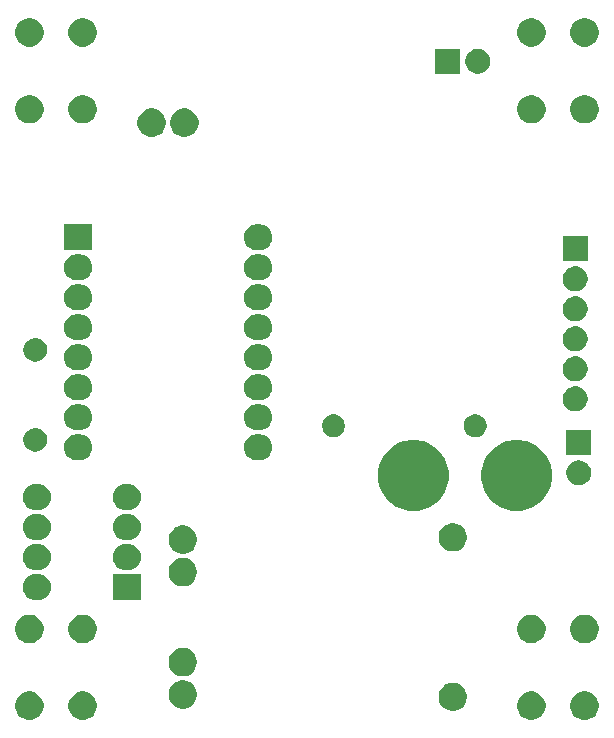
<source format=gbr>
G04 #@! TF.GenerationSoftware,KiCad,Pcbnew,5.1.5-52549c5~84~ubuntu18.04.1*
G04 #@! TF.CreationDate,2020-01-25T11:43:56+01:00*
G04 #@! TF.ProjectId,Nokolino,4e6f6b6f-6c69-46e6-9f2e-6b696361645f,3.0*
G04 #@! TF.SameCoordinates,Original*
G04 #@! TF.FileFunction,Soldermask,Bot*
G04 #@! TF.FilePolarity,Negative*
%FSLAX46Y46*%
G04 Gerber Fmt 4.6, Leading zero omitted, Abs format (unit mm)*
G04 Created by KiCad (PCBNEW 5.1.5-52549c5~84~ubuntu18.04.1) date 2020-01-25 11:43:56*
%MOMM*%
%LPD*%
G04 APERTURE LIST*
%ADD10C,0.100000*%
G04 APERTURE END LIST*
D10*
G36*
X139600026Y-144846115D02*
G01*
X139798945Y-144928510D01*
X139818413Y-144936574D01*
X140014955Y-145067899D01*
X140182101Y-145235045D01*
X140290133Y-145396726D01*
X140313427Y-145431589D01*
X140403885Y-145649974D01*
X140450000Y-145881809D01*
X140450000Y-146118191D01*
X140403885Y-146350026D01*
X140313427Y-146568411D01*
X140313426Y-146568413D01*
X140182101Y-146764955D01*
X140014955Y-146932101D01*
X139818413Y-147063426D01*
X139818412Y-147063427D01*
X139818411Y-147063427D01*
X139600026Y-147153885D01*
X139368191Y-147200000D01*
X139131809Y-147200000D01*
X138899974Y-147153885D01*
X138681589Y-147063427D01*
X138681588Y-147063427D01*
X138681587Y-147063426D01*
X138485045Y-146932101D01*
X138317899Y-146764955D01*
X138186574Y-146568413D01*
X138186573Y-146568411D01*
X138096115Y-146350026D01*
X138050000Y-146118191D01*
X138050000Y-145881809D01*
X138096115Y-145649974D01*
X138186573Y-145431589D01*
X138209868Y-145396726D01*
X138317899Y-145235045D01*
X138485045Y-145067899D01*
X138681587Y-144936574D01*
X138701055Y-144928510D01*
X138899974Y-144846115D01*
X139131809Y-144800000D01*
X139368191Y-144800000D01*
X139600026Y-144846115D01*
G37*
G36*
X177600026Y-144846115D02*
G01*
X177798945Y-144928510D01*
X177818413Y-144936574D01*
X178014955Y-145067899D01*
X178182101Y-145235045D01*
X178290133Y-145396726D01*
X178313427Y-145431589D01*
X178403885Y-145649974D01*
X178450000Y-145881809D01*
X178450000Y-146118191D01*
X178403885Y-146350026D01*
X178313427Y-146568411D01*
X178313426Y-146568413D01*
X178182101Y-146764955D01*
X178014955Y-146932101D01*
X177818413Y-147063426D01*
X177818412Y-147063427D01*
X177818411Y-147063427D01*
X177600026Y-147153885D01*
X177368191Y-147200000D01*
X177131809Y-147200000D01*
X176899974Y-147153885D01*
X176681589Y-147063427D01*
X176681588Y-147063427D01*
X176681587Y-147063426D01*
X176485045Y-146932101D01*
X176317899Y-146764955D01*
X176186574Y-146568413D01*
X176186573Y-146568411D01*
X176096115Y-146350026D01*
X176050000Y-146118191D01*
X176050000Y-145881809D01*
X176096115Y-145649974D01*
X176186573Y-145431589D01*
X176209868Y-145396726D01*
X176317899Y-145235045D01*
X176485045Y-145067899D01*
X176681587Y-144936574D01*
X176701055Y-144928510D01*
X176899974Y-144846115D01*
X177131809Y-144800000D01*
X177368191Y-144800000D01*
X177600026Y-144846115D01*
G37*
G36*
X182100026Y-144846115D02*
G01*
X182298945Y-144928510D01*
X182318413Y-144936574D01*
X182514955Y-145067899D01*
X182682101Y-145235045D01*
X182790133Y-145396726D01*
X182813427Y-145431589D01*
X182903885Y-145649974D01*
X182950000Y-145881809D01*
X182950000Y-146118191D01*
X182903885Y-146350026D01*
X182813427Y-146568411D01*
X182813426Y-146568413D01*
X182682101Y-146764955D01*
X182514955Y-146932101D01*
X182318413Y-147063426D01*
X182318412Y-147063427D01*
X182318411Y-147063427D01*
X182100026Y-147153885D01*
X181868191Y-147200000D01*
X181631809Y-147200000D01*
X181399974Y-147153885D01*
X181181589Y-147063427D01*
X181181588Y-147063427D01*
X181181587Y-147063426D01*
X180985045Y-146932101D01*
X180817899Y-146764955D01*
X180686574Y-146568413D01*
X180686573Y-146568411D01*
X180596115Y-146350026D01*
X180550000Y-146118191D01*
X180550000Y-145881809D01*
X180596115Y-145649974D01*
X180686573Y-145431589D01*
X180709868Y-145396726D01*
X180817899Y-145235045D01*
X180985045Y-145067899D01*
X181181587Y-144936574D01*
X181201055Y-144928510D01*
X181399974Y-144846115D01*
X181631809Y-144800000D01*
X181868191Y-144800000D01*
X182100026Y-144846115D01*
G37*
G36*
X135100026Y-144846115D02*
G01*
X135298945Y-144928510D01*
X135318413Y-144936574D01*
X135514955Y-145067899D01*
X135682101Y-145235045D01*
X135790133Y-145396726D01*
X135813427Y-145431589D01*
X135903885Y-145649974D01*
X135950000Y-145881809D01*
X135950000Y-146118191D01*
X135903885Y-146350026D01*
X135813427Y-146568411D01*
X135813426Y-146568413D01*
X135682101Y-146764955D01*
X135514955Y-146932101D01*
X135318413Y-147063426D01*
X135318412Y-147063427D01*
X135318411Y-147063427D01*
X135100026Y-147153885D01*
X134868191Y-147200000D01*
X134631809Y-147200000D01*
X134399974Y-147153885D01*
X134181589Y-147063427D01*
X134181588Y-147063427D01*
X134181587Y-147063426D01*
X133985045Y-146932101D01*
X133817899Y-146764955D01*
X133686574Y-146568413D01*
X133686573Y-146568411D01*
X133596115Y-146350026D01*
X133550000Y-146118191D01*
X133550000Y-145881809D01*
X133596115Y-145649974D01*
X133686573Y-145431589D01*
X133709868Y-145396726D01*
X133817899Y-145235045D01*
X133985045Y-145067899D01*
X134181587Y-144936574D01*
X134201055Y-144928510D01*
X134399974Y-144846115D01*
X134631809Y-144800000D01*
X134868191Y-144800000D01*
X135100026Y-144846115D01*
G37*
G36*
X170949126Y-144096015D02*
G01*
X171167511Y-144186473D01*
X171167513Y-144186474D01*
X171310096Y-144281745D01*
X171364055Y-144317799D01*
X171531201Y-144484945D01*
X171662527Y-144681489D01*
X171752985Y-144899874D01*
X171799100Y-145131709D01*
X171799100Y-145368091D01*
X171752985Y-145599926D01*
X171732254Y-145649974D01*
X171662526Y-145818313D01*
X171531201Y-146014855D01*
X171364055Y-146182001D01*
X171167513Y-146313326D01*
X171167512Y-146313327D01*
X171167511Y-146313327D01*
X170949126Y-146403785D01*
X170717291Y-146449900D01*
X170480909Y-146449900D01*
X170249074Y-146403785D01*
X170030689Y-146313327D01*
X170030688Y-146313327D01*
X170030687Y-146313326D01*
X169834145Y-146182001D01*
X169666999Y-146014855D01*
X169535674Y-145818313D01*
X169465946Y-145649974D01*
X169445215Y-145599926D01*
X169399100Y-145368091D01*
X169399100Y-145131709D01*
X169445215Y-144899874D01*
X169535673Y-144681489D01*
X169666999Y-144484945D01*
X169834145Y-144317799D01*
X169888104Y-144281745D01*
X170030687Y-144186474D01*
X170030689Y-144186473D01*
X170249074Y-144096015D01*
X170480909Y-144049900D01*
X170717291Y-144049900D01*
X170949126Y-144096015D01*
G37*
G36*
X148089126Y-143892815D02*
G01*
X148307511Y-143983273D01*
X148307513Y-143983274D01*
X148504055Y-144114599D01*
X148671201Y-144281745D01*
X148802527Y-144478289D01*
X148892985Y-144696674D01*
X148939100Y-144928509D01*
X148939100Y-145164891D01*
X148892985Y-145396726D01*
X148878545Y-145431587D01*
X148802526Y-145615113D01*
X148671201Y-145811655D01*
X148504055Y-145978801D01*
X148307513Y-146110126D01*
X148307512Y-146110127D01*
X148307511Y-146110127D01*
X148089126Y-146200585D01*
X147857291Y-146246700D01*
X147620909Y-146246700D01*
X147389074Y-146200585D01*
X147170689Y-146110127D01*
X147170688Y-146110127D01*
X147170687Y-146110126D01*
X146974145Y-145978801D01*
X146806999Y-145811655D01*
X146675674Y-145615113D01*
X146599655Y-145431587D01*
X146585215Y-145396726D01*
X146539100Y-145164891D01*
X146539100Y-144928509D01*
X146585215Y-144696674D01*
X146675673Y-144478289D01*
X146806999Y-144281745D01*
X146974145Y-144114599D01*
X147170687Y-143983274D01*
X147170689Y-143983273D01*
X147389074Y-143892815D01*
X147620909Y-143846700D01*
X147857291Y-143846700D01*
X148089126Y-143892815D01*
G37*
G36*
X148089126Y-141149615D02*
G01*
X148307511Y-141240073D01*
X148307513Y-141240074D01*
X148504055Y-141371399D01*
X148671201Y-141538545D01*
X148802527Y-141735089D01*
X148892985Y-141953474D01*
X148939100Y-142185309D01*
X148939100Y-142421691D01*
X148892985Y-142653526D01*
X148802527Y-142871911D01*
X148802526Y-142871913D01*
X148671201Y-143068455D01*
X148504055Y-143235601D01*
X148307513Y-143366926D01*
X148307512Y-143366927D01*
X148307511Y-143366927D01*
X148089126Y-143457385D01*
X147857291Y-143503500D01*
X147620909Y-143503500D01*
X147389074Y-143457385D01*
X147170689Y-143366927D01*
X147170688Y-143366927D01*
X147170687Y-143366926D01*
X146974145Y-143235601D01*
X146806999Y-143068455D01*
X146675674Y-142871913D01*
X146675673Y-142871911D01*
X146585215Y-142653526D01*
X146539100Y-142421691D01*
X146539100Y-142185309D01*
X146585215Y-141953474D01*
X146675673Y-141735089D01*
X146806999Y-141538545D01*
X146974145Y-141371399D01*
X147170687Y-141240074D01*
X147170689Y-141240073D01*
X147389074Y-141149615D01*
X147620909Y-141103500D01*
X147857291Y-141103500D01*
X148089126Y-141149615D01*
G37*
G36*
X182100026Y-138346115D02*
G01*
X182318411Y-138436573D01*
X182318413Y-138436574D01*
X182514955Y-138567899D01*
X182682101Y-138735045D01*
X182813427Y-138931589D01*
X182903885Y-139149974D01*
X182950000Y-139381809D01*
X182950000Y-139618191D01*
X182903885Y-139850026D01*
X182813427Y-140068411D01*
X182813426Y-140068413D01*
X182682101Y-140264955D01*
X182514955Y-140432101D01*
X182318413Y-140563426D01*
X182318412Y-140563427D01*
X182318411Y-140563427D01*
X182100026Y-140653885D01*
X181868191Y-140700000D01*
X181631809Y-140700000D01*
X181399974Y-140653885D01*
X181181589Y-140563427D01*
X181181588Y-140563427D01*
X181181587Y-140563426D01*
X180985045Y-140432101D01*
X180817899Y-140264955D01*
X180686574Y-140068413D01*
X180686573Y-140068411D01*
X180596115Y-139850026D01*
X180550000Y-139618191D01*
X180550000Y-139381809D01*
X180596115Y-139149974D01*
X180686573Y-138931589D01*
X180817899Y-138735045D01*
X180985045Y-138567899D01*
X181181587Y-138436574D01*
X181181589Y-138436573D01*
X181399974Y-138346115D01*
X181631809Y-138300000D01*
X181868191Y-138300000D01*
X182100026Y-138346115D01*
G37*
G36*
X139600026Y-138346115D02*
G01*
X139818411Y-138436573D01*
X139818413Y-138436574D01*
X140014955Y-138567899D01*
X140182101Y-138735045D01*
X140313427Y-138931589D01*
X140403885Y-139149974D01*
X140450000Y-139381809D01*
X140450000Y-139618191D01*
X140403885Y-139850026D01*
X140313427Y-140068411D01*
X140313426Y-140068413D01*
X140182101Y-140264955D01*
X140014955Y-140432101D01*
X139818413Y-140563426D01*
X139818412Y-140563427D01*
X139818411Y-140563427D01*
X139600026Y-140653885D01*
X139368191Y-140700000D01*
X139131809Y-140700000D01*
X138899974Y-140653885D01*
X138681589Y-140563427D01*
X138681588Y-140563427D01*
X138681587Y-140563426D01*
X138485045Y-140432101D01*
X138317899Y-140264955D01*
X138186574Y-140068413D01*
X138186573Y-140068411D01*
X138096115Y-139850026D01*
X138050000Y-139618191D01*
X138050000Y-139381809D01*
X138096115Y-139149974D01*
X138186573Y-138931589D01*
X138317899Y-138735045D01*
X138485045Y-138567899D01*
X138681587Y-138436574D01*
X138681589Y-138436573D01*
X138899974Y-138346115D01*
X139131809Y-138300000D01*
X139368191Y-138300000D01*
X139600026Y-138346115D01*
G37*
G36*
X135100026Y-138346115D02*
G01*
X135318411Y-138436573D01*
X135318413Y-138436574D01*
X135514955Y-138567899D01*
X135682101Y-138735045D01*
X135813427Y-138931589D01*
X135903885Y-139149974D01*
X135950000Y-139381809D01*
X135950000Y-139618191D01*
X135903885Y-139850026D01*
X135813427Y-140068411D01*
X135813426Y-140068413D01*
X135682101Y-140264955D01*
X135514955Y-140432101D01*
X135318413Y-140563426D01*
X135318412Y-140563427D01*
X135318411Y-140563427D01*
X135100026Y-140653885D01*
X134868191Y-140700000D01*
X134631809Y-140700000D01*
X134399974Y-140653885D01*
X134181589Y-140563427D01*
X134181588Y-140563427D01*
X134181587Y-140563426D01*
X133985045Y-140432101D01*
X133817899Y-140264955D01*
X133686574Y-140068413D01*
X133686573Y-140068411D01*
X133596115Y-139850026D01*
X133550000Y-139618191D01*
X133550000Y-139381809D01*
X133596115Y-139149974D01*
X133686573Y-138931589D01*
X133817899Y-138735045D01*
X133985045Y-138567899D01*
X134181587Y-138436574D01*
X134181589Y-138436573D01*
X134399974Y-138346115D01*
X134631809Y-138300000D01*
X134868191Y-138300000D01*
X135100026Y-138346115D01*
G37*
G36*
X177600026Y-138346115D02*
G01*
X177818411Y-138436573D01*
X177818413Y-138436574D01*
X178014955Y-138567899D01*
X178182101Y-138735045D01*
X178313427Y-138931589D01*
X178403885Y-139149974D01*
X178450000Y-139381809D01*
X178450000Y-139618191D01*
X178403885Y-139850026D01*
X178313427Y-140068411D01*
X178313426Y-140068413D01*
X178182101Y-140264955D01*
X178014955Y-140432101D01*
X177818413Y-140563426D01*
X177818412Y-140563427D01*
X177818411Y-140563427D01*
X177600026Y-140653885D01*
X177368191Y-140700000D01*
X177131809Y-140700000D01*
X176899974Y-140653885D01*
X176681589Y-140563427D01*
X176681588Y-140563427D01*
X176681587Y-140563426D01*
X176485045Y-140432101D01*
X176317899Y-140264955D01*
X176186574Y-140068413D01*
X176186573Y-140068411D01*
X176096115Y-139850026D01*
X176050000Y-139618191D01*
X176050000Y-139381809D01*
X176096115Y-139149974D01*
X176186573Y-138931589D01*
X176317899Y-138735045D01*
X176485045Y-138567899D01*
X176681587Y-138436574D01*
X176681589Y-138436573D01*
X176899974Y-138346115D01*
X177131809Y-138300000D01*
X177368191Y-138300000D01*
X177600026Y-138346115D01*
G37*
G36*
X135616837Y-134861458D02*
G01*
X135697638Y-134869416D01*
X135851034Y-134915949D01*
X135904992Y-134932317D01*
X136096084Y-135034457D01*
X136263581Y-135171919D01*
X136401043Y-135339416D01*
X136503183Y-135530508D01*
X136503184Y-135530512D01*
X136566084Y-135737862D01*
X136587322Y-135953500D01*
X136566084Y-136169138D01*
X136519551Y-136322534D01*
X136503183Y-136376492D01*
X136401043Y-136567584D01*
X136263581Y-136735081D01*
X136096084Y-136872543D01*
X135904992Y-136974683D01*
X135851034Y-136991051D01*
X135697638Y-137037584D01*
X135616837Y-137045542D01*
X135536038Y-137053500D01*
X135227962Y-137053500D01*
X135147163Y-137045542D01*
X135066362Y-137037584D01*
X134912966Y-136991051D01*
X134859008Y-136974683D01*
X134667916Y-136872543D01*
X134500419Y-136735081D01*
X134362957Y-136567584D01*
X134260817Y-136376492D01*
X134244449Y-136322534D01*
X134197916Y-136169138D01*
X134176678Y-135953500D01*
X134197916Y-135737862D01*
X134260816Y-135530512D01*
X134260817Y-135530508D01*
X134362957Y-135339416D01*
X134500419Y-135171919D01*
X134667916Y-135034457D01*
X134859008Y-134932317D01*
X134912966Y-134915949D01*
X135066362Y-134869416D01*
X135147163Y-134861458D01*
X135227962Y-134853500D01*
X135536038Y-134853500D01*
X135616837Y-134861458D01*
G37*
G36*
X144202000Y-137053500D02*
G01*
X141802000Y-137053500D01*
X141802000Y-134853500D01*
X144202000Y-134853500D01*
X144202000Y-137053500D01*
G37*
G36*
X148089126Y-133529615D02*
G01*
X148307511Y-133620073D01*
X148307513Y-133620074D01*
X148321075Y-133629136D01*
X148504055Y-133751399D01*
X148671201Y-133918545D01*
X148802527Y-134115089D01*
X148892985Y-134333474D01*
X148939100Y-134565309D01*
X148939100Y-134801691D01*
X148892985Y-135033526D01*
X148802527Y-135251911D01*
X148802526Y-135251913D01*
X148671201Y-135448455D01*
X148504055Y-135615601D01*
X148307513Y-135746926D01*
X148307512Y-135746927D01*
X148307511Y-135746927D01*
X148089126Y-135837385D01*
X147857291Y-135883500D01*
X147620909Y-135883500D01*
X147389074Y-135837385D01*
X147170689Y-135746927D01*
X147170688Y-135746927D01*
X147170687Y-135746926D01*
X146974145Y-135615601D01*
X146806999Y-135448455D01*
X146675674Y-135251913D01*
X146675673Y-135251911D01*
X146585215Y-135033526D01*
X146539100Y-134801691D01*
X146539100Y-134565309D01*
X146585215Y-134333474D01*
X146675673Y-134115089D01*
X146806999Y-133918545D01*
X146974145Y-133751399D01*
X147157125Y-133629136D01*
X147170687Y-133620074D01*
X147170689Y-133620073D01*
X147389074Y-133529615D01*
X147620909Y-133483500D01*
X147857291Y-133483500D01*
X148089126Y-133529615D01*
G37*
G36*
X143236837Y-132321458D02*
G01*
X143317638Y-132329416D01*
X143471034Y-132375949D01*
X143524992Y-132392317D01*
X143716084Y-132494457D01*
X143883581Y-132631919D01*
X144021043Y-132799416D01*
X144123183Y-132990508D01*
X144127193Y-133003727D01*
X144186084Y-133197862D01*
X144207322Y-133413500D01*
X144186084Y-133629138D01*
X144148996Y-133751399D01*
X144123183Y-133836492D01*
X144021043Y-134027584D01*
X143883581Y-134195081D01*
X143716084Y-134332543D01*
X143524992Y-134434683D01*
X143471034Y-134451051D01*
X143317638Y-134497584D01*
X143236837Y-134505542D01*
X143156038Y-134513500D01*
X142847962Y-134513500D01*
X142767163Y-134505542D01*
X142686362Y-134497584D01*
X142532966Y-134451051D01*
X142479008Y-134434683D01*
X142287916Y-134332543D01*
X142120419Y-134195081D01*
X141982957Y-134027584D01*
X141880817Y-133836492D01*
X141855004Y-133751399D01*
X141817916Y-133629138D01*
X141796678Y-133413500D01*
X141817916Y-133197862D01*
X141876807Y-133003727D01*
X141880817Y-132990508D01*
X141982957Y-132799416D01*
X142120419Y-132631919D01*
X142287916Y-132494457D01*
X142479008Y-132392317D01*
X142532966Y-132375949D01*
X142686362Y-132329416D01*
X142767163Y-132321458D01*
X142847962Y-132313500D01*
X143156038Y-132313500D01*
X143236837Y-132321458D01*
G37*
G36*
X135616837Y-132321458D02*
G01*
X135697638Y-132329416D01*
X135851034Y-132375949D01*
X135904992Y-132392317D01*
X136096084Y-132494457D01*
X136263581Y-132631919D01*
X136401043Y-132799416D01*
X136503183Y-132990508D01*
X136507193Y-133003727D01*
X136566084Y-133197862D01*
X136587322Y-133413500D01*
X136566084Y-133629138D01*
X136528996Y-133751399D01*
X136503183Y-133836492D01*
X136401043Y-134027584D01*
X136263581Y-134195081D01*
X136096084Y-134332543D01*
X135904992Y-134434683D01*
X135851034Y-134451051D01*
X135697638Y-134497584D01*
X135616837Y-134505542D01*
X135536038Y-134513500D01*
X135227962Y-134513500D01*
X135147163Y-134505542D01*
X135066362Y-134497584D01*
X134912966Y-134451051D01*
X134859008Y-134434683D01*
X134667916Y-134332543D01*
X134500419Y-134195081D01*
X134362957Y-134027584D01*
X134260817Y-133836492D01*
X134235004Y-133751399D01*
X134197916Y-133629138D01*
X134176678Y-133413500D01*
X134197916Y-133197862D01*
X134256807Y-133003727D01*
X134260817Y-132990508D01*
X134362957Y-132799416D01*
X134500419Y-132631919D01*
X134667916Y-132494457D01*
X134859008Y-132392317D01*
X134912966Y-132375949D01*
X135066362Y-132329416D01*
X135147163Y-132321458D01*
X135227962Y-132313500D01*
X135536038Y-132313500D01*
X135616837Y-132321458D01*
G37*
G36*
X148089126Y-130786415D02*
G01*
X148307511Y-130876873D01*
X148307513Y-130876874D01*
X148450096Y-130972145D01*
X148504055Y-131008199D01*
X148671201Y-131175345D01*
X148802527Y-131371889D01*
X148892985Y-131590274D01*
X148939100Y-131822109D01*
X148939100Y-132058491D01*
X148892985Y-132290326D01*
X148876793Y-132329416D01*
X148802526Y-132508713D01*
X148671201Y-132705255D01*
X148504055Y-132872401D01*
X148307513Y-133003726D01*
X148307512Y-133003727D01*
X148307511Y-133003727D01*
X148089126Y-133094185D01*
X147857291Y-133140300D01*
X147620909Y-133140300D01*
X147389074Y-133094185D01*
X147170689Y-133003727D01*
X147170688Y-133003727D01*
X147170687Y-133003726D01*
X146974145Y-132872401D01*
X146806999Y-132705255D01*
X146675674Y-132508713D01*
X146601407Y-132329416D01*
X146585215Y-132290326D01*
X146539100Y-132058491D01*
X146539100Y-131822109D01*
X146585215Y-131590274D01*
X146675673Y-131371889D01*
X146806999Y-131175345D01*
X146974145Y-131008199D01*
X147028104Y-130972145D01*
X147170687Y-130876874D01*
X147170689Y-130876873D01*
X147389074Y-130786415D01*
X147620909Y-130740300D01*
X147857291Y-130740300D01*
X148089126Y-130786415D01*
G37*
G36*
X170949126Y-130583215D02*
G01*
X171167511Y-130673673D01*
X171167513Y-130673674D01*
X171364055Y-130804999D01*
X171531201Y-130972145D01*
X171662527Y-131168689D01*
X171752985Y-131387074D01*
X171799100Y-131618909D01*
X171799100Y-131855291D01*
X171752985Y-132087126D01*
X171668817Y-132290326D01*
X171662526Y-132305513D01*
X171531201Y-132502055D01*
X171364055Y-132669201D01*
X171167513Y-132800526D01*
X171167512Y-132800527D01*
X171167511Y-132800527D01*
X170949126Y-132890985D01*
X170717291Y-132937100D01*
X170480909Y-132937100D01*
X170249074Y-132890985D01*
X170030689Y-132800527D01*
X170030688Y-132800527D01*
X170030687Y-132800526D01*
X169834145Y-132669201D01*
X169666999Y-132502055D01*
X169535674Y-132305513D01*
X169529383Y-132290326D01*
X169445215Y-132087126D01*
X169399100Y-131855291D01*
X169399100Y-131618909D01*
X169445215Y-131387074D01*
X169535673Y-131168689D01*
X169666999Y-130972145D01*
X169834145Y-130804999D01*
X170030687Y-130673674D01*
X170030689Y-130673673D01*
X170249074Y-130583215D01*
X170480909Y-130537100D01*
X170717291Y-130537100D01*
X170949126Y-130583215D01*
G37*
G36*
X135616837Y-129781458D02*
G01*
X135697638Y-129789416D01*
X135851034Y-129835949D01*
X135904992Y-129852317D01*
X136096084Y-129954457D01*
X136263581Y-130091919D01*
X136401043Y-130259416D01*
X136503183Y-130450508D01*
X136503184Y-130450512D01*
X136566084Y-130657862D01*
X136587322Y-130873500D01*
X136566084Y-131089138D01*
X136541952Y-131168689D01*
X136503183Y-131296492D01*
X136401043Y-131487584D01*
X136263581Y-131655081D01*
X136096084Y-131792543D01*
X135904992Y-131894683D01*
X135851034Y-131911051D01*
X135697638Y-131957584D01*
X135616837Y-131965542D01*
X135536038Y-131973500D01*
X135227962Y-131973500D01*
X135147163Y-131965542D01*
X135066362Y-131957584D01*
X134912966Y-131911051D01*
X134859008Y-131894683D01*
X134667916Y-131792543D01*
X134500419Y-131655081D01*
X134362957Y-131487584D01*
X134260817Y-131296492D01*
X134222048Y-131168689D01*
X134197916Y-131089138D01*
X134176678Y-130873500D01*
X134197916Y-130657862D01*
X134260816Y-130450512D01*
X134260817Y-130450508D01*
X134362957Y-130259416D01*
X134500419Y-130091919D01*
X134667916Y-129954457D01*
X134859008Y-129852317D01*
X134912966Y-129835949D01*
X135066362Y-129789416D01*
X135147163Y-129781458D01*
X135227962Y-129773500D01*
X135536038Y-129773500D01*
X135616837Y-129781458D01*
G37*
G36*
X143236837Y-129781458D02*
G01*
X143317638Y-129789416D01*
X143471034Y-129835949D01*
X143524992Y-129852317D01*
X143716084Y-129954457D01*
X143883581Y-130091919D01*
X144021043Y-130259416D01*
X144123183Y-130450508D01*
X144123184Y-130450512D01*
X144186084Y-130657862D01*
X144207322Y-130873500D01*
X144186084Y-131089138D01*
X144161952Y-131168689D01*
X144123183Y-131296492D01*
X144021043Y-131487584D01*
X143883581Y-131655081D01*
X143716084Y-131792543D01*
X143524992Y-131894683D01*
X143471034Y-131911051D01*
X143317638Y-131957584D01*
X143236837Y-131965542D01*
X143156038Y-131973500D01*
X142847962Y-131973500D01*
X142767163Y-131965542D01*
X142686362Y-131957584D01*
X142532966Y-131911051D01*
X142479008Y-131894683D01*
X142287916Y-131792543D01*
X142120419Y-131655081D01*
X141982957Y-131487584D01*
X141880817Y-131296492D01*
X141842048Y-131168689D01*
X141817916Y-131089138D01*
X141796678Y-130873500D01*
X141817916Y-130657862D01*
X141880816Y-130450512D01*
X141880817Y-130450508D01*
X141982957Y-130259416D01*
X142120419Y-130091919D01*
X142287916Y-129954457D01*
X142479008Y-129852317D01*
X142532966Y-129835949D01*
X142686362Y-129789416D01*
X142767163Y-129781458D01*
X142847962Y-129773500D01*
X143156038Y-129773500D01*
X143236837Y-129781458D01*
G37*
G36*
X167931870Y-123576859D02*
G01*
X168125068Y-123615288D01*
X168511122Y-123775197D01*
X168550936Y-123791688D01*
X168671033Y-123841434D01*
X168779878Y-123914162D01*
X169162388Y-124169747D01*
X169580253Y-124587612D01*
X169722166Y-124800000D01*
X169908566Y-125078967D01*
X170132945Y-125620665D01*
X170134712Y-125624933D01*
X170246432Y-126186584D01*
X170250000Y-126204526D01*
X170250000Y-126795474D01*
X170134712Y-127375068D01*
X169908566Y-127921033D01*
X169743295Y-128168378D01*
X169580253Y-128412388D01*
X169162388Y-128830253D01*
X168918378Y-128993295D01*
X168671033Y-129158566D01*
X168125068Y-129384712D01*
X167959809Y-129417584D01*
X167545476Y-129500000D01*
X166954524Y-129500000D01*
X166540191Y-129417584D01*
X166374932Y-129384712D01*
X165828967Y-129158566D01*
X165581622Y-128993295D01*
X165337612Y-128830253D01*
X164919747Y-128412388D01*
X164756705Y-128168378D01*
X164591434Y-127921033D01*
X164365288Y-127375068D01*
X164250000Y-126795474D01*
X164250000Y-126204526D01*
X164253569Y-126186584D01*
X164365288Y-125624933D01*
X164367056Y-125620665D01*
X164591434Y-125078967D01*
X164777834Y-124800000D01*
X164919747Y-124587612D01*
X165337612Y-124169747D01*
X165720122Y-123914162D01*
X165828967Y-123841434D01*
X165949065Y-123791688D01*
X165988878Y-123775197D01*
X166374932Y-123615288D01*
X166568130Y-123576859D01*
X166954524Y-123500000D01*
X167545476Y-123500000D01*
X167931870Y-123576859D01*
G37*
G36*
X176681870Y-123576859D02*
G01*
X176875068Y-123615288D01*
X177261122Y-123775197D01*
X177300936Y-123791688D01*
X177421033Y-123841434D01*
X177529878Y-123914162D01*
X177912388Y-124169747D01*
X178330253Y-124587612D01*
X178472166Y-124800000D01*
X178658566Y-125078967D01*
X178882945Y-125620665D01*
X178884712Y-125624933D01*
X178996432Y-126186584D01*
X179000000Y-126204526D01*
X179000000Y-126795474D01*
X178884712Y-127375068D01*
X178658566Y-127921033D01*
X178493295Y-128168378D01*
X178330253Y-128412388D01*
X177912388Y-128830253D01*
X177668378Y-128993295D01*
X177421033Y-129158566D01*
X176875068Y-129384712D01*
X176709809Y-129417584D01*
X176295476Y-129500000D01*
X175704524Y-129500000D01*
X175290191Y-129417584D01*
X175124932Y-129384712D01*
X174578967Y-129158566D01*
X174331622Y-128993295D01*
X174087612Y-128830253D01*
X173669747Y-128412388D01*
X173506705Y-128168378D01*
X173341434Y-127921033D01*
X173115288Y-127375068D01*
X173000000Y-126795474D01*
X173000000Y-126204526D01*
X173003569Y-126186584D01*
X173115288Y-125624933D01*
X173117056Y-125620665D01*
X173341434Y-125078967D01*
X173527834Y-124800000D01*
X173669747Y-124587612D01*
X174087612Y-124169747D01*
X174470122Y-123914162D01*
X174578967Y-123841434D01*
X174699065Y-123791688D01*
X174738878Y-123775197D01*
X175124932Y-123615288D01*
X175318130Y-123576859D01*
X175704524Y-123500000D01*
X176295476Y-123500000D01*
X176681870Y-123576859D01*
G37*
G36*
X135616837Y-127241458D02*
G01*
X135697638Y-127249416D01*
X135851034Y-127295949D01*
X135904992Y-127312317D01*
X136096084Y-127414457D01*
X136263581Y-127551919D01*
X136401043Y-127719416D01*
X136503183Y-127910508D01*
X136503184Y-127910512D01*
X136566084Y-128117862D01*
X136587322Y-128333500D01*
X136566084Y-128549138D01*
X136519551Y-128702534D01*
X136503183Y-128756492D01*
X136401043Y-128947584D01*
X136263581Y-129115081D01*
X136096084Y-129252543D01*
X135904992Y-129354683D01*
X135851034Y-129371051D01*
X135697638Y-129417584D01*
X135616837Y-129425542D01*
X135536038Y-129433500D01*
X135227962Y-129433500D01*
X135147163Y-129425542D01*
X135066362Y-129417584D01*
X134912966Y-129371051D01*
X134859008Y-129354683D01*
X134667916Y-129252543D01*
X134500419Y-129115081D01*
X134362957Y-128947584D01*
X134260817Y-128756492D01*
X134244449Y-128702534D01*
X134197916Y-128549138D01*
X134176678Y-128333500D01*
X134197916Y-128117862D01*
X134260816Y-127910512D01*
X134260817Y-127910508D01*
X134362957Y-127719416D01*
X134500419Y-127551919D01*
X134667916Y-127414457D01*
X134859008Y-127312317D01*
X134912966Y-127295949D01*
X135066362Y-127249416D01*
X135147163Y-127241458D01*
X135227962Y-127233500D01*
X135536038Y-127233500D01*
X135616837Y-127241458D01*
G37*
G36*
X143236837Y-127241458D02*
G01*
X143317638Y-127249416D01*
X143471034Y-127295949D01*
X143524992Y-127312317D01*
X143716084Y-127414457D01*
X143883581Y-127551919D01*
X144021043Y-127719416D01*
X144123183Y-127910508D01*
X144123184Y-127910512D01*
X144186084Y-128117862D01*
X144207322Y-128333500D01*
X144186084Y-128549138D01*
X144139551Y-128702534D01*
X144123183Y-128756492D01*
X144021043Y-128947584D01*
X143883581Y-129115081D01*
X143716084Y-129252543D01*
X143524992Y-129354683D01*
X143471034Y-129371051D01*
X143317638Y-129417584D01*
X143236837Y-129425542D01*
X143156038Y-129433500D01*
X142847962Y-129433500D01*
X142767163Y-129425542D01*
X142686362Y-129417584D01*
X142532966Y-129371051D01*
X142479008Y-129354683D01*
X142287916Y-129252543D01*
X142120419Y-129115081D01*
X141982957Y-128947584D01*
X141880817Y-128756492D01*
X141864449Y-128702534D01*
X141817916Y-128549138D01*
X141796678Y-128333500D01*
X141817916Y-128117862D01*
X141880816Y-127910512D01*
X141880817Y-127910508D01*
X141982957Y-127719416D01*
X142120419Y-127551919D01*
X142287916Y-127414457D01*
X142479008Y-127312317D01*
X142532966Y-127295949D01*
X142686362Y-127249416D01*
X142767163Y-127241458D01*
X142847962Y-127233500D01*
X143156038Y-127233500D01*
X143236837Y-127241458D01*
G37*
G36*
X181378687Y-125245027D02*
G01*
X181556274Y-125280350D01*
X181747362Y-125359502D01*
X181919336Y-125474411D01*
X182065589Y-125620664D01*
X182180498Y-125792638D01*
X182259650Y-125983726D01*
X182300000Y-126186584D01*
X182300000Y-126393416D01*
X182259650Y-126596274D01*
X182180498Y-126787362D01*
X182065589Y-126959336D01*
X181919336Y-127105589D01*
X181747362Y-127220498D01*
X181556274Y-127299650D01*
X181378687Y-127334973D01*
X181353417Y-127340000D01*
X181146583Y-127340000D01*
X181121313Y-127334973D01*
X180943726Y-127299650D01*
X180752638Y-127220498D01*
X180580664Y-127105589D01*
X180434411Y-126959336D01*
X180319502Y-126787362D01*
X180240350Y-126596274D01*
X180200000Y-126393416D01*
X180200000Y-126186584D01*
X180240350Y-125983726D01*
X180319502Y-125792638D01*
X180434411Y-125620664D01*
X180580664Y-125474411D01*
X180752638Y-125359502D01*
X180943726Y-125280350D01*
X181121313Y-125245027D01*
X181146583Y-125240000D01*
X181353417Y-125240000D01*
X181378687Y-125245027D01*
G37*
G36*
X154349337Y-123037758D02*
G01*
X154430138Y-123045716D01*
X154583534Y-123092249D01*
X154637492Y-123108617D01*
X154828584Y-123210757D01*
X154996081Y-123348219D01*
X155133543Y-123515716D01*
X155235683Y-123706808D01*
X155235684Y-123706812D01*
X155298584Y-123914162D01*
X155319822Y-124129800D01*
X155298584Y-124345438D01*
X155286222Y-124386189D01*
X155235683Y-124552792D01*
X155133543Y-124743884D01*
X154996081Y-124911381D01*
X154828584Y-125048843D01*
X154637492Y-125150983D01*
X154583534Y-125167351D01*
X154430138Y-125213884D01*
X154349337Y-125221842D01*
X154268538Y-125229800D01*
X153960462Y-125229800D01*
X153879663Y-125221842D01*
X153798862Y-125213884D01*
X153645466Y-125167351D01*
X153591508Y-125150983D01*
X153400416Y-125048843D01*
X153232919Y-124911381D01*
X153095457Y-124743884D01*
X152993317Y-124552792D01*
X152942778Y-124386189D01*
X152930416Y-124345438D01*
X152909178Y-124129800D01*
X152930416Y-123914162D01*
X152993316Y-123706812D01*
X152993317Y-123706808D01*
X153095457Y-123515716D01*
X153232919Y-123348219D01*
X153400416Y-123210757D01*
X153591508Y-123108617D01*
X153645466Y-123092249D01*
X153798862Y-123045716D01*
X153879663Y-123037758D01*
X153960462Y-123029800D01*
X154268538Y-123029800D01*
X154349337Y-123037758D01*
G37*
G36*
X139109337Y-123037758D02*
G01*
X139190138Y-123045716D01*
X139343534Y-123092249D01*
X139397492Y-123108617D01*
X139588584Y-123210757D01*
X139756081Y-123348219D01*
X139893543Y-123515716D01*
X139995683Y-123706808D01*
X139995684Y-123706812D01*
X140058584Y-123914162D01*
X140079822Y-124129800D01*
X140058584Y-124345438D01*
X140046222Y-124386189D01*
X139995683Y-124552792D01*
X139893543Y-124743884D01*
X139756081Y-124911381D01*
X139588584Y-125048843D01*
X139397492Y-125150983D01*
X139343534Y-125167351D01*
X139190138Y-125213884D01*
X139109337Y-125221842D01*
X139028538Y-125229800D01*
X138720462Y-125229800D01*
X138639663Y-125221842D01*
X138558862Y-125213884D01*
X138405466Y-125167351D01*
X138351508Y-125150983D01*
X138160416Y-125048843D01*
X137992919Y-124911381D01*
X137855457Y-124743884D01*
X137753317Y-124552792D01*
X137702778Y-124386189D01*
X137690416Y-124345438D01*
X137669178Y-124129800D01*
X137690416Y-123914162D01*
X137753316Y-123706812D01*
X137753317Y-123706808D01*
X137855457Y-123515716D01*
X137992919Y-123348219D01*
X138160416Y-123210757D01*
X138351508Y-123108617D01*
X138405466Y-123092249D01*
X138558862Y-123045716D01*
X138639663Y-123037758D01*
X138720462Y-123029800D01*
X139028538Y-123029800D01*
X139109337Y-123037758D01*
G37*
G36*
X182300000Y-124800000D02*
G01*
X180200000Y-124800000D01*
X180200000Y-122700000D01*
X182300000Y-122700000D01*
X182300000Y-124800000D01*
G37*
G36*
X135477290Y-122525619D02*
G01*
X135541689Y-122538429D01*
X135723678Y-122613811D01*
X135887463Y-122723249D01*
X136026751Y-122862537D01*
X136136189Y-123026322D01*
X136211571Y-123208311D01*
X136250000Y-123401509D01*
X136250000Y-123598491D01*
X136211571Y-123791689D01*
X136136189Y-123973678D01*
X136026751Y-124137463D01*
X135887463Y-124276751D01*
X135723678Y-124386189D01*
X135541689Y-124461571D01*
X135477290Y-124474381D01*
X135348493Y-124500000D01*
X135151507Y-124500000D01*
X135022710Y-124474381D01*
X134958311Y-124461571D01*
X134776322Y-124386189D01*
X134612537Y-124276751D01*
X134473249Y-124137463D01*
X134363811Y-123973678D01*
X134288429Y-123791689D01*
X134250000Y-123598491D01*
X134250000Y-123401509D01*
X134288429Y-123208311D01*
X134363811Y-123026322D01*
X134473249Y-122862537D01*
X134612537Y-122723249D01*
X134776322Y-122613811D01*
X134958311Y-122538429D01*
X135022710Y-122525619D01*
X135151507Y-122500000D01*
X135348493Y-122500000D01*
X135477290Y-122525619D01*
G37*
G36*
X172780604Y-121374968D02*
G01*
X172955678Y-121447486D01*
X172955679Y-121447487D01*
X173113237Y-121552763D01*
X173247237Y-121686763D01*
X173326531Y-121805436D01*
X173352514Y-121844322D01*
X173425032Y-122019396D01*
X173462000Y-122205250D01*
X173462000Y-122394750D01*
X173425032Y-122580604D01*
X173412448Y-122610984D01*
X173352514Y-122755678D01*
X173352513Y-122755679D01*
X173247237Y-122913237D01*
X173113237Y-123047237D01*
X172981879Y-123135007D01*
X172955678Y-123152514D01*
X172780604Y-123225032D01*
X172594750Y-123262000D01*
X172405250Y-123262000D01*
X172219396Y-123225032D01*
X172044322Y-123152514D01*
X172018121Y-123135007D01*
X171886763Y-123047237D01*
X171752763Y-122913237D01*
X171647487Y-122755679D01*
X171647486Y-122755678D01*
X171587552Y-122610984D01*
X171574968Y-122580604D01*
X171538000Y-122394750D01*
X171538000Y-122205250D01*
X171574968Y-122019396D01*
X171647486Y-121844322D01*
X171673469Y-121805436D01*
X171752763Y-121686763D01*
X171886763Y-121552763D01*
X172044321Y-121447487D01*
X172044322Y-121447486D01*
X172219396Y-121374968D01*
X172405250Y-121338000D01*
X172594750Y-121338000D01*
X172780604Y-121374968D01*
G37*
G36*
X160780604Y-121374968D02*
G01*
X160955678Y-121447486D01*
X160955679Y-121447487D01*
X161113237Y-121552763D01*
X161247237Y-121686763D01*
X161326531Y-121805436D01*
X161352514Y-121844322D01*
X161425032Y-122019396D01*
X161462000Y-122205250D01*
X161462000Y-122394750D01*
X161425032Y-122580604D01*
X161412448Y-122610984D01*
X161352514Y-122755678D01*
X161352513Y-122755679D01*
X161247237Y-122913237D01*
X161113237Y-123047237D01*
X160981879Y-123135007D01*
X160955678Y-123152514D01*
X160780604Y-123225032D01*
X160594750Y-123262000D01*
X160405250Y-123262000D01*
X160219396Y-123225032D01*
X160044322Y-123152514D01*
X160018121Y-123135007D01*
X159886763Y-123047237D01*
X159752763Y-122913237D01*
X159647487Y-122755679D01*
X159647486Y-122755678D01*
X159587552Y-122610984D01*
X159574968Y-122580604D01*
X159538000Y-122394750D01*
X159538000Y-122205250D01*
X159574968Y-122019396D01*
X159647486Y-121844322D01*
X159673469Y-121805436D01*
X159752763Y-121686763D01*
X159886763Y-121552763D01*
X160044321Y-121447487D01*
X160044322Y-121447486D01*
X160219396Y-121374968D01*
X160405250Y-121338000D01*
X160594750Y-121338000D01*
X160780604Y-121374968D01*
G37*
G36*
X139109337Y-120497758D02*
G01*
X139190138Y-120505716D01*
X139343534Y-120552249D01*
X139397492Y-120568617D01*
X139588584Y-120670757D01*
X139756081Y-120808219D01*
X139893543Y-120975716D01*
X139995683Y-121166808D01*
X139995684Y-121166812D01*
X140058584Y-121374162D01*
X140079822Y-121589800D01*
X140058584Y-121805438D01*
X140046788Y-121844322D01*
X139995683Y-122012792D01*
X139893543Y-122203884D01*
X139756081Y-122371381D01*
X139588584Y-122508843D01*
X139397492Y-122610983D01*
X139388169Y-122613811D01*
X139190138Y-122673884D01*
X139109337Y-122681842D01*
X139028538Y-122689800D01*
X138720462Y-122689800D01*
X138639663Y-122681842D01*
X138558862Y-122673884D01*
X138360831Y-122613811D01*
X138351508Y-122610983D01*
X138160416Y-122508843D01*
X137992919Y-122371381D01*
X137855457Y-122203884D01*
X137753317Y-122012792D01*
X137702212Y-121844322D01*
X137690416Y-121805438D01*
X137669178Y-121589800D01*
X137690416Y-121374162D01*
X137753316Y-121166812D01*
X137753317Y-121166808D01*
X137855457Y-120975716D01*
X137992919Y-120808219D01*
X138160416Y-120670757D01*
X138351508Y-120568617D01*
X138405466Y-120552249D01*
X138558862Y-120505716D01*
X138639663Y-120497758D01*
X138720462Y-120489800D01*
X139028538Y-120489800D01*
X139109337Y-120497758D01*
G37*
G36*
X154349337Y-120497758D02*
G01*
X154430138Y-120505716D01*
X154583534Y-120552249D01*
X154637492Y-120568617D01*
X154828584Y-120670757D01*
X154996081Y-120808219D01*
X155133543Y-120975716D01*
X155235683Y-121166808D01*
X155235684Y-121166812D01*
X155298584Y-121374162D01*
X155319822Y-121589800D01*
X155298584Y-121805438D01*
X155286788Y-121844322D01*
X155235683Y-122012792D01*
X155133543Y-122203884D01*
X154996081Y-122371381D01*
X154828584Y-122508843D01*
X154637492Y-122610983D01*
X154628169Y-122613811D01*
X154430138Y-122673884D01*
X154349337Y-122681842D01*
X154268538Y-122689800D01*
X153960462Y-122689800D01*
X153879663Y-122681842D01*
X153798862Y-122673884D01*
X153600831Y-122613811D01*
X153591508Y-122610983D01*
X153400416Y-122508843D01*
X153232919Y-122371381D01*
X153095457Y-122203884D01*
X152993317Y-122012792D01*
X152942212Y-121844322D01*
X152930416Y-121805438D01*
X152909178Y-121589800D01*
X152930416Y-121374162D01*
X152993316Y-121166812D01*
X152993317Y-121166808D01*
X153095457Y-120975716D01*
X153232919Y-120808219D01*
X153400416Y-120670757D01*
X153591508Y-120568617D01*
X153645466Y-120552249D01*
X153798862Y-120505716D01*
X153879663Y-120497758D01*
X153960462Y-120489800D01*
X154268538Y-120489800D01*
X154349337Y-120497758D01*
G37*
G36*
X181103687Y-118970027D02*
G01*
X181281274Y-119005350D01*
X181472362Y-119084502D01*
X181644336Y-119199411D01*
X181790589Y-119345664D01*
X181905498Y-119517638D01*
X181984650Y-119708726D01*
X182025000Y-119911584D01*
X182025000Y-120118416D01*
X181984650Y-120321274D01*
X181905498Y-120512362D01*
X181790589Y-120684336D01*
X181644336Y-120830589D01*
X181472362Y-120945498D01*
X181281274Y-121024650D01*
X181103687Y-121059973D01*
X181078417Y-121065000D01*
X180871583Y-121065000D01*
X180846313Y-121059973D01*
X180668726Y-121024650D01*
X180477638Y-120945498D01*
X180305664Y-120830589D01*
X180159411Y-120684336D01*
X180044502Y-120512362D01*
X179965350Y-120321274D01*
X179925000Y-120118416D01*
X179925000Y-119911584D01*
X179965350Y-119708726D01*
X180044502Y-119517638D01*
X180159411Y-119345664D01*
X180305664Y-119199411D01*
X180477638Y-119084502D01*
X180668726Y-119005350D01*
X180846313Y-118970027D01*
X180871583Y-118965000D01*
X181078417Y-118965000D01*
X181103687Y-118970027D01*
G37*
G36*
X139109337Y-117957758D02*
G01*
X139190138Y-117965716D01*
X139343534Y-118012249D01*
X139397492Y-118028617D01*
X139588584Y-118130757D01*
X139756081Y-118268219D01*
X139893543Y-118435716D01*
X139995683Y-118626808D01*
X139995684Y-118626812D01*
X140058584Y-118834162D01*
X140079822Y-119049800D01*
X140058584Y-119265438D01*
X140034247Y-119345664D01*
X139995683Y-119472792D01*
X139893543Y-119663884D01*
X139756081Y-119831381D01*
X139588584Y-119968843D01*
X139397492Y-120070983D01*
X139343534Y-120087351D01*
X139190138Y-120133884D01*
X139109337Y-120141842D01*
X139028538Y-120149800D01*
X138720462Y-120149800D01*
X138639663Y-120141842D01*
X138558862Y-120133884D01*
X138405466Y-120087351D01*
X138351508Y-120070983D01*
X138160416Y-119968843D01*
X137992919Y-119831381D01*
X137855457Y-119663884D01*
X137753317Y-119472792D01*
X137714753Y-119345664D01*
X137690416Y-119265438D01*
X137669178Y-119049800D01*
X137690416Y-118834162D01*
X137753316Y-118626812D01*
X137753317Y-118626808D01*
X137855457Y-118435716D01*
X137992919Y-118268219D01*
X138160416Y-118130757D01*
X138351508Y-118028617D01*
X138405466Y-118012249D01*
X138558862Y-117965716D01*
X138639663Y-117957758D01*
X138720462Y-117949800D01*
X139028538Y-117949800D01*
X139109337Y-117957758D01*
G37*
G36*
X154349337Y-117957758D02*
G01*
X154430138Y-117965716D01*
X154583534Y-118012249D01*
X154637492Y-118028617D01*
X154828584Y-118130757D01*
X154996081Y-118268219D01*
X155133543Y-118435716D01*
X155235683Y-118626808D01*
X155235684Y-118626812D01*
X155298584Y-118834162D01*
X155319822Y-119049800D01*
X155298584Y-119265438D01*
X155274247Y-119345664D01*
X155235683Y-119472792D01*
X155133543Y-119663884D01*
X154996081Y-119831381D01*
X154828584Y-119968843D01*
X154637492Y-120070983D01*
X154583534Y-120087351D01*
X154430138Y-120133884D01*
X154349337Y-120141842D01*
X154268538Y-120149800D01*
X153960462Y-120149800D01*
X153879663Y-120141842D01*
X153798862Y-120133884D01*
X153645466Y-120087351D01*
X153591508Y-120070983D01*
X153400416Y-119968843D01*
X153232919Y-119831381D01*
X153095457Y-119663884D01*
X152993317Y-119472792D01*
X152954753Y-119345664D01*
X152930416Y-119265438D01*
X152909178Y-119049800D01*
X152930416Y-118834162D01*
X152993316Y-118626812D01*
X152993317Y-118626808D01*
X153095457Y-118435716D01*
X153232919Y-118268219D01*
X153400416Y-118130757D01*
X153591508Y-118028617D01*
X153645466Y-118012249D01*
X153798862Y-117965716D01*
X153879663Y-117957758D01*
X153960462Y-117949800D01*
X154268538Y-117949800D01*
X154349337Y-117957758D01*
G37*
G36*
X181103687Y-116430027D02*
G01*
X181281274Y-116465350D01*
X181472362Y-116544502D01*
X181644336Y-116659411D01*
X181790589Y-116805664D01*
X181905498Y-116977638D01*
X181984650Y-117168726D01*
X182025000Y-117371584D01*
X182025000Y-117578416D01*
X181984650Y-117781274D01*
X181905498Y-117972362D01*
X181790589Y-118144336D01*
X181644336Y-118290589D01*
X181472362Y-118405498D01*
X181281274Y-118484650D01*
X181103687Y-118519973D01*
X181078417Y-118525000D01*
X180871583Y-118525000D01*
X180846313Y-118519973D01*
X180668726Y-118484650D01*
X180477638Y-118405498D01*
X180305664Y-118290589D01*
X180159411Y-118144336D01*
X180044502Y-117972362D01*
X179965350Y-117781274D01*
X179925000Y-117578416D01*
X179925000Y-117371584D01*
X179965350Y-117168726D01*
X180044502Y-116977638D01*
X180159411Y-116805664D01*
X180305664Y-116659411D01*
X180477638Y-116544502D01*
X180668726Y-116465350D01*
X180846313Y-116430027D01*
X180871583Y-116425000D01*
X181078417Y-116425000D01*
X181103687Y-116430027D01*
G37*
G36*
X154349337Y-115417758D02*
G01*
X154430138Y-115425716D01*
X154583534Y-115472249D01*
X154637492Y-115488617D01*
X154828584Y-115590757D01*
X154996081Y-115728219D01*
X155133543Y-115895716D01*
X155235683Y-116086808D01*
X155235684Y-116086812D01*
X155298584Y-116294162D01*
X155319822Y-116509800D01*
X155298584Y-116725438D01*
X155286222Y-116766189D01*
X155235683Y-116932792D01*
X155133543Y-117123884D01*
X154996081Y-117291381D01*
X154828584Y-117428843D01*
X154637492Y-117530983D01*
X154583534Y-117547351D01*
X154430138Y-117593884D01*
X154349337Y-117601842D01*
X154268538Y-117609800D01*
X153960462Y-117609800D01*
X153879663Y-117601842D01*
X153798862Y-117593884D01*
X153645466Y-117547351D01*
X153591508Y-117530983D01*
X153400416Y-117428843D01*
X153232919Y-117291381D01*
X153095457Y-117123884D01*
X152993317Y-116932792D01*
X152942778Y-116766189D01*
X152930416Y-116725438D01*
X152909178Y-116509800D01*
X152930416Y-116294162D01*
X152993316Y-116086812D01*
X152993317Y-116086808D01*
X153095457Y-115895716D01*
X153232919Y-115728219D01*
X153400416Y-115590757D01*
X153591508Y-115488617D01*
X153645466Y-115472249D01*
X153798862Y-115425716D01*
X153879663Y-115417758D01*
X153960462Y-115409800D01*
X154268538Y-115409800D01*
X154349337Y-115417758D01*
G37*
G36*
X139109337Y-115417758D02*
G01*
X139190138Y-115425716D01*
X139343534Y-115472249D01*
X139397492Y-115488617D01*
X139588584Y-115590757D01*
X139756081Y-115728219D01*
X139893543Y-115895716D01*
X139995683Y-116086808D01*
X139995684Y-116086812D01*
X140058584Y-116294162D01*
X140079822Y-116509800D01*
X140058584Y-116725438D01*
X140046222Y-116766189D01*
X139995683Y-116932792D01*
X139893543Y-117123884D01*
X139756081Y-117291381D01*
X139588584Y-117428843D01*
X139397492Y-117530983D01*
X139343534Y-117547351D01*
X139190138Y-117593884D01*
X139109337Y-117601842D01*
X139028538Y-117609800D01*
X138720462Y-117609800D01*
X138639663Y-117601842D01*
X138558862Y-117593884D01*
X138405466Y-117547351D01*
X138351508Y-117530983D01*
X138160416Y-117428843D01*
X137992919Y-117291381D01*
X137855457Y-117123884D01*
X137753317Y-116932792D01*
X137702778Y-116766189D01*
X137690416Y-116725438D01*
X137669178Y-116509800D01*
X137690416Y-116294162D01*
X137753316Y-116086812D01*
X137753317Y-116086808D01*
X137855457Y-115895716D01*
X137992919Y-115728219D01*
X138160416Y-115590757D01*
X138351508Y-115488617D01*
X138405466Y-115472249D01*
X138558862Y-115425716D01*
X138639663Y-115417758D01*
X138720462Y-115409800D01*
X139028538Y-115409800D01*
X139109337Y-115417758D01*
G37*
G36*
X135477290Y-114905619D02*
G01*
X135541689Y-114918429D01*
X135723678Y-114993811D01*
X135887463Y-115103249D01*
X136026751Y-115242537D01*
X136136189Y-115406322D01*
X136211571Y-115588311D01*
X136224381Y-115652710D01*
X136250000Y-115781507D01*
X136250000Y-115978493D01*
X136228455Y-116086808D01*
X136211571Y-116171689D01*
X136136189Y-116353678D01*
X136026751Y-116517463D01*
X135887463Y-116656751D01*
X135723678Y-116766189D01*
X135541689Y-116841571D01*
X135477290Y-116854381D01*
X135348493Y-116880000D01*
X135151507Y-116880000D01*
X135022710Y-116854381D01*
X134958311Y-116841571D01*
X134776322Y-116766189D01*
X134612537Y-116656751D01*
X134473249Y-116517463D01*
X134363811Y-116353678D01*
X134288429Y-116171689D01*
X134271545Y-116086808D01*
X134250000Y-115978493D01*
X134250000Y-115781507D01*
X134275619Y-115652710D01*
X134288429Y-115588311D01*
X134363811Y-115406322D01*
X134473249Y-115242537D01*
X134612537Y-115103249D01*
X134776322Y-114993811D01*
X134958311Y-114918429D01*
X135022710Y-114905619D01*
X135151507Y-114880000D01*
X135348493Y-114880000D01*
X135477290Y-114905619D01*
G37*
G36*
X181103687Y-113890027D02*
G01*
X181281274Y-113925350D01*
X181472362Y-114004502D01*
X181644336Y-114119411D01*
X181790589Y-114265664D01*
X181905498Y-114437638D01*
X181984650Y-114628726D01*
X182025000Y-114831584D01*
X182025000Y-115038416D01*
X181984650Y-115241274D01*
X181905498Y-115432362D01*
X181790589Y-115604336D01*
X181644336Y-115750589D01*
X181472362Y-115865498D01*
X181281274Y-115944650D01*
X181103687Y-115979973D01*
X181078417Y-115985000D01*
X180871583Y-115985000D01*
X180846313Y-115979973D01*
X180668726Y-115944650D01*
X180477638Y-115865498D01*
X180305664Y-115750589D01*
X180159411Y-115604336D01*
X180044502Y-115432362D01*
X179965350Y-115241274D01*
X179925000Y-115038416D01*
X179925000Y-114831584D01*
X179965350Y-114628726D01*
X180044502Y-114437638D01*
X180159411Y-114265664D01*
X180305664Y-114119411D01*
X180477638Y-114004502D01*
X180668726Y-113925350D01*
X180846313Y-113890027D01*
X180871583Y-113885000D01*
X181078417Y-113885000D01*
X181103687Y-113890027D01*
G37*
G36*
X154349337Y-112877758D02*
G01*
X154430138Y-112885716D01*
X154583534Y-112932249D01*
X154637492Y-112948617D01*
X154828584Y-113050757D01*
X154996081Y-113188219D01*
X155133543Y-113355716D01*
X155235683Y-113546808D01*
X155235684Y-113546812D01*
X155298584Y-113754162D01*
X155319822Y-113969800D01*
X155298584Y-114185438D01*
X155274247Y-114265664D01*
X155235683Y-114392792D01*
X155133543Y-114583884D01*
X154996081Y-114751381D01*
X154828584Y-114888843D01*
X154637492Y-114990983D01*
X154628169Y-114993811D01*
X154430138Y-115053884D01*
X154349337Y-115061842D01*
X154268538Y-115069800D01*
X153960462Y-115069800D01*
X153879663Y-115061842D01*
X153798862Y-115053884D01*
X153600831Y-114993811D01*
X153591508Y-114990983D01*
X153400416Y-114888843D01*
X153232919Y-114751381D01*
X153095457Y-114583884D01*
X152993317Y-114392792D01*
X152954753Y-114265664D01*
X152930416Y-114185438D01*
X152909178Y-113969800D01*
X152930416Y-113754162D01*
X152993316Y-113546812D01*
X152993317Y-113546808D01*
X153095457Y-113355716D01*
X153232919Y-113188219D01*
X153400416Y-113050757D01*
X153591508Y-112948617D01*
X153645466Y-112932249D01*
X153798862Y-112885716D01*
X153879663Y-112877758D01*
X153960462Y-112869800D01*
X154268538Y-112869800D01*
X154349337Y-112877758D01*
G37*
G36*
X139109337Y-112877758D02*
G01*
X139190138Y-112885716D01*
X139343534Y-112932249D01*
X139397492Y-112948617D01*
X139588584Y-113050757D01*
X139756081Y-113188219D01*
X139893543Y-113355716D01*
X139995683Y-113546808D01*
X139995684Y-113546812D01*
X140058584Y-113754162D01*
X140079822Y-113969800D01*
X140058584Y-114185438D01*
X140034247Y-114265664D01*
X139995683Y-114392792D01*
X139893543Y-114583884D01*
X139756081Y-114751381D01*
X139588584Y-114888843D01*
X139397492Y-114990983D01*
X139388169Y-114993811D01*
X139190138Y-115053884D01*
X139109337Y-115061842D01*
X139028538Y-115069800D01*
X138720462Y-115069800D01*
X138639663Y-115061842D01*
X138558862Y-115053884D01*
X138360831Y-114993811D01*
X138351508Y-114990983D01*
X138160416Y-114888843D01*
X137992919Y-114751381D01*
X137855457Y-114583884D01*
X137753317Y-114392792D01*
X137714753Y-114265664D01*
X137690416Y-114185438D01*
X137669178Y-113969800D01*
X137690416Y-113754162D01*
X137753316Y-113546812D01*
X137753317Y-113546808D01*
X137855457Y-113355716D01*
X137992919Y-113188219D01*
X138160416Y-113050757D01*
X138351508Y-112948617D01*
X138405466Y-112932249D01*
X138558862Y-112885716D01*
X138639663Y-112877758D01*
X138720462Y-112869800D01*
X139028538Y-112869800D01*
X139109337Y-112877758D01*
G37*
G36*
X181103687Y-111350027D02*
G01*
X181281274Y-111385350D01*
X181472362Y-111464502D01*
X181644336Y-111579411D01*
X181790589Y-111725664D01*
X181905498Y-111897638D01*
X181984650Y-112088726D01*
X182025000Y-112291584D01*
X182025000Y-112498416D01*
X181984650Y-112701274D01*
X181905498Y-112892362D01*
X181790589Y-113064336D01*
X181644336Y-113210589D01*
X181472362Y-113325498D01*
X181281274Y-113404650D01*
X181103687Y-113439973D01*
X181078417Y-113445000D01*
X180871583Y-113445000D01*
X180846313Y-113439973D01*
X180668726Y-113404650D01*
X180477638Y-113325498D01*
X180305664Y-113210589D01*
X180159411Y-113064336D01*
X180044502Y-112892362D01*
X179965350Y-112701274D01*
X179925000Y-112498416D01*
X179925000Y-112291584D01*
X179965350Y-112088726D01*
X180044502Y-111897638D01*
X180159411Y-111725664D01*
X180305664Y-111579411D01*
X180477638Y-111464502D01*
X180668726Y-111385350D01*
X180846313Y-111350027D01*
X180871583Y-111345000D01*
X181078417Y-111345000D01*
X181103687Y-111350027D01*
G37*
G36*
X139109337Y-110337758D02*
G01*
X139190138Y-110345716D01*
X139343534Y-110392249D01*
X139397492Y-110408617D01*
X139588584Y-110510757D01*
X139756081Y-110648219D01*
X139893543Y-110815716D01*
X139995683Y-111006808D01*
X139995684Y-111006812D01*
X140058584Y-111214162D01*
X140079822Y-111429800D01*
X140058584Y-111645438D01*
X140034247Y-111725664D01*
X139995683Y-111852792D01*
X139893543Y-112043884D01*
X139756081Y-112211381D01*
X139588584Y-112348843D01*
X139397492Y-112450983D01*
X139343534Y-112467351D01*
X139190138Y-112513884D01*
X139109337Y-112521842D01*
X139028538Y-112529800D01*
X138720462Y-112529800D01*
X138639663Y-112521842D01*
X138558862Y-112513884D01*
X138405466Y-112467351D01*
X138351508Y-112450983D01*
X138160416Y-112348843D01*
X137992919Y-112211381D01*
X137855457Y-112043884D01*
X137753317Y-111852792D01*
X137714753Y-111725664D01*
X137690416Y-111645438D01*
X137669178Y-111429800D01*
X137690416Y-111214162D01*
X137753316Y-111006812D01*
X137753317Y-111006808D01*
X137855457Y-110815716D01*
X137992919Y-110648219D01*
X138160416Y-110510757D01*
X138351508Y-110408617D01*
X138405466Y-110392249D01*
X138558862Y-110345716D01*
X138639663Y-110337758D01*
X138720462Y-110329800D01*
X139028538Y-110329800D01*
X139109337Y-110337758D01*
G37*
G36*
X154349337Y-110337758D02*
G01*
X154430138Y-110345716D01*
X154583534Y-110392249D01*
X154637492Y-110408617D01*
X154828584Y-110510757D01*
X154996081Y-110648219D01*
X155133543Y-110815716D01*
X155235683Y-111006808D01*
X155235684Y-111006812D01*
X155298584Y-111214162D01*
X155319822Y-111429800D01*
X155298584Y-111645438D01*
X155274247Y-111725664D01*
X155235683Y-111852792D01*
X155133543Y-112043884D01*
X154996081Y-112211381D01*
X154828584Y-112348843D01*
X154637492Y-112450983D01*
X154583534Y-112467351D01*
X154430138Y-112513884D01*
X154349337Y-112521842D01*
X154268538Y-112529800D01*
X153960462Y-112529800D01*
X153879663Y-112521842D01*
X153798862Y-112513884D01*
X153645466Y-112467351D01*
X153591508Y-112450983D01*
X153400416Y-112348843D01*
X153232919Y-112211381D01*
X153095457Y-112043884D01*
X152993317Y-111852792D01*
X152954753Y-111725664D01*
X152930416Y-111645438D01*
X152909178Y-111429800D01*
X152930416Y-111214162D01*
X152993316Y-111006812D01*
X152993317Y-111006808D01*
X153095457Y-110815716D01*
X153232919Y-110648219D01*
X153400416Y-110510757D01*
X153591508Y-110408617D01*
X153645466Y-110392249D01*
X153798862Y-110345716D01*
X153879663Y-110337758D01*
X153960462Y-110329800D01*
X154268538Y-110329800D01*
X154349337Y-110337758D01*
G37*
G36*
X181103687Y-108810027D02*
G01*
X181281274Y-108845350D01*
X181472362Y-108924502D01*
X181644336Y-109039411D01*
X181790589Y-109185664D01*
X181905498Y-109357638D01*
X181984650Y-109548726D01*
X182025000Y-109751584D01*
X182025000Y-109958416D01*
X181984650Y-110161274D01*
X181905498Y-110352362D01*
X181790589Y-110524336D01*
X181644336Y-110670589D01*
X181472362Y-110785498D01*
X181281274Y-110864650D01*
X181103687Y-110899973D01*
X181078417Y-110905000D01*
X180871583Y-110905000D01*
X180846313Y-110899973D01*
X180668726Y-110864650D01*
X180477638Y-110785498D01*
X180305664Y-110670589D01*
X180159411Y-110524336D01*
X180044502Y-110352362D01*
X179965350Y-110161274D01*
X179925000Y-109958416D01*
X179925000Y-109751584D01*
X179965350Y-109548726D01*
X180044502Y-109357638D01*
X180159411Y-109185664D01*
X180305664Y-109039411D01*
X180477638Y-108924502D01*
X180668726Y-108845350D01*
X180846313Y-108810027D01*
X180871583Y-108805000D01*
X181078417Y-108805000D01*
X181103687Y-108810027D01*
G37*
G36*
X139109337Y-107797758D02*
G01*
X139190138Y-107805716D01*
X139343534Y-107852249D01*
X139397492Y-107868617D01*
X139588584Y-107970757D01*
X139756081Y-108108219D01*
X139893543Y-108275716D01*
X139995683Y-108466808D01*
X139995684Y-108466812D01*
X140058584Y-108674162D01*
X140079822Y-108889800D01*
X140058584Y-109105438D01*
X140034247Y-109185664D01*
X139995683Y-109312792D01*
X139893543Y-109503884D01*
X139756081Y-109671381D01*
X139588584Y-109808843D01*
X139397492Y-109910983D01*
X139343534Y-109927351D01*
X139190138Y-109973884D01*
X139109337Y-109981842D01*
X139028538Y-109989800D01*
X138720462Y-109989800D01*
X138639663Y-109981842D01*
X138558862Y-109973884D01*
X138405466Y-109927351D01*
X138351508Y-109910983D01*
X138160416Y-109808843D01*
X137992919Y-109671381D01*
X137855457Y-109503884D01*
X137753317Y-109312792D01*
X137714753Y-109185664D01*
X137690416Y-109105438D01*
X137669178Y-108889800D01*
X137690416Y-108674162D01*
X137753316Y-108466812D01*
X137753317Y-108466808D01*
X137855457Y-108275716D01*
X137992919Y-108108219D01*
X138160416Y-107970757D01*
X138351508Y-107868617D01*
X138405466Y-107852249D01*
X138558862Y-107805716D01*
X138639663Y-107797758D01*
X138720462Y-107789800D01*
X139028538Y-107789800D01*
X139109337Y-107797758D01*
G37*
G36*
X154349337Y-107797758D02*
G01*
X154430138Y-107805716D01*
X154583534Y-107852249D01*
X154637492Y-107868617D01*
X154828584Y-107970757D01*
X154996081Y-108108219D01*
X155133543Y-108275716D01*
X155235683Y-108466808D01*
X155235684Y-108466812D01*
X155298584Y-108674162D01*
X155319822Y-108889800D01*
X155298584Y-109105438D01*
X155274247Y-109185664D01*
X155235683Y-109312792D01*
X155133543Y-109503884D01*
X154996081Y-109671381D01*
X154828584Y-109808843D01*
X154637492Y-109910983D01*
X154583534Y-109927351D01*
X154430138Y-109973884D01*
X154349337Y-109981842D01*
X154268538Y-109989800D01*
X153960462Y-109989800D01*
X153879663Y-109981842D01*
X153798862Y-109973884D01*
X153645466Y-109927351D01*
X153591508Y-109910983D01*
X153400416Y-109808843D01*
X153232919Y-109671381D01*
X153095457Y-109503884D01*
X152993317Y-109312792D01*
X152954753Y-109185664D01*
X152930416Y-109105438D01*
X152909178Y-108889800D01*
X152930416Y-108674162D01*
X152993316Y-108466812D01*
X152993317Y-108466808D01*
X153095457Y-108275716D01*
X153232919Y-108108219D01*
X153400416Y-107970757D01*
X153591508Y-107868617D01*
X153645466Y-107852249D01*
X153798862Y-107805716D01*
X153879663Y-107797758D01*
X153960462Y-107789800D01*
X154268538Y-107789800D01*
X154349337Y-107797758D01*
G37*
G36*
X182025000Y-108365000D02*
G01*
X179925000Y-108365000D01*
X179925000Y-106265000D01*
X182025000Y-106265000D01*
X182025000Y-108365000D01*
G37*
G36*
X154349337Y-105257758D02*
G01*
X154430138Y-105265716D01*
X154583534Y-105312249D01*
X154637492Y-105328617D01*
X154828584Y-105430757D01*
X154996081Y-105568219D01*
X155133543Y-105735716D01*
X155235683Y-105926808D01*
X155235684Y-105926812D01*
X155298584Y-106134162D01*
X155319822Y-106349800D01*
X155298584Y-106565438D01*
X155252051Y-106718834D01*
X155235683Y-106772792D01*
X155133543Y-106963884D01*
X154996081Y-107131381D01*
X154828584Y-107268843D01*
X154637492Y-107370983D01*
X154583534Y-107387351D01*
X154430138Y-107433884D01*
X154349337Y-107441842D01*
X154268538Y-107449800D01*
X153960462Y-107449800D01*
X153879663Y-107441842D01*
X153798862Y-107433884D01*
X153645466Y-107387351D01*
X153591508Y-107370983D01*
X153400416Y-107268843D01*
X153232919Y-107131381D01*
X153095457Y-106963884D01*
X152993317Y-106772792D01*
X152976949Y-106718834D01*
X152930416Y-106565438D01*
X152909178Y-106349800D01*
X152930416Y-106134162D01*
X152993316Y-105926812D01*
X152993317Y-105926808D01*
X153095457Y-105735716D01*
X153232919Y-105568219D01*
X153400416Y-105430757D01*
X153591508Y-105328617D01*
X153645466Y-105312249D01*
X153798862Y-105265716D01*
X153879663Y-105257758D01*
X153960462Y-105249800D01*
X154268538Y-105249800D01*
X154349337Y-105257758D01*
G37*
G36*
X140074500Y-107449800D02*
G01*
X137674500Y-107449800D01*
X137674500Y-105249800D01*
X140074500Y-105249800D01*
X140074500Y-107449800D01*
G37*
G36*
X145444526Y-95485915D02*
G01*
X145662911Y-95576373D01*
X145662913Y-95576374D01*
X145859455Y-95707699D01*
X146026601Y-95874845D01*
X146155938Y-96068411D01*
X146157927Y-96071389D01*
X146248385Y-96289774D01*
X146294500Y-96521609D01*
X146294500Y-96757991D01*
X146248385Y-96989826D01*
X146157927Y-97208211D01*
X146157926Y-97208213D01*
X146026601Y-97404755D01*
X145859455Y-97571901D01*
X145662913Y-97703226D01*
X145662912Y-97703227D01*
X145662911Y-97703227D01*
X145444526Y-97793685D01*
X145212691Y-97839800D01*
X144976309Y-97839800D01*
X144744474Y-97793685D01*
X144526089Y-97703227D01*
X144526088Y-97703227D01*
X144526087Y-97703226D01*
X144329545Y-97571901D01*
X144162399Y-97404755D01*
X144031074Y-97208213D01*
X144031073Y-97208211D01*
X143940615Y-96989826D01*
X143894500Y-96757991D01*
X143894500Y-96521609D01*
X143940615Y-96289774D01*
X144031073Y-96071389D01*
X144033063Y-96068411D01*
X144162399Y-95874845D01*
X144329545Y-95707699D01*
X144526087Y-95576374D01*
X144526089Y-95576373D01*
X144744474Y-95485915D01*
X144976309Y-95439800D01*
X145212691Y-95439800D01*
X145444526Y-95485915D01*
G37*
G36*
X148219526Y-95485915D02*
G01*
X148437911Y-95576373D01*
X148437913Y-95576374D01*
X148634455Y-95707699D01*
X148801601Y-95874845D01*
X148930938Y-96068411D01*
X148932927Y-96071389D01*
X149023385Y-96289774D01*
X149069500Y-96521609D01*
X149069500Y-96757991D01*
X149023385Y-96989826D01*
X148932927Y-97208211D01*
X148932926Y-97208213D01*
X148801601Y-97404755D01*
X148634455Y-97571901D01*
X148437913Y-97703226D01*
X148437912Y-97703227D01*
X148437911Y-97703227D01*
X148219526Y-97793685D01*
X147987691Y-97839800D01*
X147751309Y-97839800D01*
X147519474Y-97793685D01*
X147301089Y-97703227D01*
X147301088Y-97703227D01*
X147301087Y-97703226D01*
X147104545Y-97571901D01*
X146937399Y-97404755D01*
X146806074Y-97208213D01*
X146806073Y-97208211D01*
X146715615Y-96989826D01*
X146669500Y-96757991D01*
X146669500Y-96521609D01*
X146715615Y-96289774D01*
X146806073Y-96071389D01*
X146808063Y-96068411D01*
X146937399Y-95874845D01*
X147104545Y-95707699D01*
X147301087Y-95576374D01*
X147301089Y-95576373D01*
X147519474Y-95485915D01*
X147751309Y-95439800D01*
X147987691Y-95439800D01*
X148219526Y-95485915D01*
G37*
G36*
X182100026Y-94346115D02*
G01*
X182318411Y-94436573D01*
X182318413Y-94436574D01*
X182514955Y-94567899D01*
X182682101Y-94735045D01*
X182813427Y-94931589D01*
X182903885Y-95149974D01*
X182950000Y-95381809D01*
X182950000Y-95618191D01*
X182903885Y-95850026D01*
X182813427Y-96068411D01*
X182813426Y-96068413D01*
X182682101Y-96264955D01*
X182514955Y-96432101D01*
X182318413Y-96563426D01*
X182318412Y-96563427D01*
X182318411Y-96563427D01*
X182100026Y-96653885D01*
X181868191Y-96700000D01*
X181631809Y-96700000D01*
X181399974Y-96653885D01*
X181181589Y-96563427D01*
X181181588Y-96563427D01*
X181181587Y-96563426D01*
X180985045Y-96432101D01*
X180817899Y-96264955D01*
X180686574Y-96068413D01*
X180686573Y-96068411D01*
X180596115Y-95850026D01*
X180550000Y-95618191D01*
X180550000Y-95381809D01*
X180596115Y-95149974D01*
X180686573Y-94931589D01*
X180817899Y-94735045D01*
X180985045Y-94567899D01*
X181181587Y-94436574D01*
X181181589Y-94436573D01*
X181399974Y-94346115D01*
X181631809Y-94300000D01*
X181868191Y-94300000D01*
X182100026Y-94346115D01*
G37*
G36*
X177600026Y-94346115D02*
G01*
X177818411Y-94436573D01*
X177818413Y-94436574D01*
X178014955Y-94567899D01*
X178182101Y-94735045D01*
X178313427Y-94931589D01*
X178403885Y-95149974D01*
X178450000Y-95381809D01*
X178450000Y-95618191D01*
X178403885Y-95850026D01*
X178313427Y-96068411D01*
X178313426Y-96068413D01*
X178182101Y-96264955D01*
X178014955Y-96432101D01*
X177818413Y-96563426D01*
X177818412Y-96563427D01*
X177818411Y-96563427D01*
X177600026Y-96653885D01*
X177368191Y-96700000D01*
X177131809Y-96700000D01*
X176899974Y-96653885D01*
X176681589Y-96563427D01*
X176681588Y-96563427D01*
X176681587Y-96563426D01*
X176485045Y-96432101D01*
X176317899Y-96264955D01*
X176186574Y-96068413D01*
X176186573Y-96068411D01*
X176096115Y-95850026D01*
X176050000Y-95618191D01*
X176050000Y-95381809D01*
X176096115Y-95149974D01*
X176186573Y-94931589D01*
X176317899Y-94735045D01*
X176485045Y-94567899D01*
X176681587Y-94436574D01*
X176681589Y-94436573D01*
X176899974Y-94346115D01*
X177131809Y-94300000D01*
X177368191Y-94300000D01*
X177600026Y-94346115D01*
G37*
G36*
X139600026Y-94346115D02*
G01*
X139818411Y-94436573D01*
X139818413Y-94436574D01*
X140014955Y-94567899D01*
X140182101Y-94735045D01*
X140313427Y-94931589D01*
X140403885Y-95149974D01*
X140450000Y-95381809D01*
X140450000Y-95618191D01*
X140403885Y-95850026D01*
X140313427Y-96068411D01*
X140313426Y-96068413D01*
X140182101Y-96264955D01*
X140014955Y-96432101D01*
X139818413Y-96563426D01*
X139818412Y-96563427D01*
X139818411Y-96563427D01*
X139600026Y-96653885D01*
X139368191Y-96700000D01*
X139131809Y-96700000D01*
X138899974Y-96653885D01*
X138681589Y-96563427D01*
X138681588Y-96563427D01*
X138681587Y-96563426D01*
X138485045Y-96432101D01*
X138317899Y-96264955D01*
X138186574Y-96068413D01*
X138186573Y-96068411D01*
X138096115Y-95850026D01*
X138050000Y-95618191D01*
X138050000Y-95381809D01*
X138096115Y-95149974D01*
X138186573Y-94931589D01*
X138317899Y-94735045D01*
X138485045Y-94567899D01*
X138681587Y-94436574D01*
X138681589Y-94436573D01*
X138899974Y-94346115D01*
X139131809Y-94300000D01*
X139368191Y-94300000D01*
X139600026Y-94346115D01*
G37*
G36*
X135100026Y-94346115D02*
G01*
X135318411Y-94436573D01*
X135318413Y-94436574D01*
X135514955Y-94567899D01*
X135682101Y-94735045D01*
X135813427Y-94931589D01*
X135903885Y-95149974D01*
X135950000Y-95381809D01*
X135950000Y-95618191D01*
X135903885Y-95850026D01*
X135813427Y-96068411D01*
X135813426Y-96068413D01*
X135682101Y-96264955D01*
X135514955Y-96432101D01*
X135318413Y-96563426D01*
X135318412Y-96563427D01*
X135318411Y-96563427D01*
X135100026Y-96653885D01*
X134868191Y-96700000D01*
X134631809Y-96700000D01*
X134399974Y-96653885D01*
X134181589Y-96563427D01*
X134181588Y-96563427D01*
X134181587Y-96563426D01*
X133985045Y-96432101D01*
X133817899Y-96264955D01*
X133686574Y-96068413D01*
X133686573Y-96068411D01*
X133596115Y-95850026D01*
X133550000Y-95618191D01*
X133550000Y-95381809D01*
X133596115Y-95149974D01*
X133686573Y-94931589D01*
X133817899Y-94735045D01*
X133985045Y-94567899D01*
X134181587Y-94436574D01*
X134181589Y-94436573D01*
X134399974Y-94346115D01*
X134631809Y-94300000D01*
X134868191Y-94300000D01*
X135100026Y-94346115D01*
G37*
G36*
X171230000Y-92490000D02*
G01*
X169130000Y-92490000D01*
X169130000Y-90390000D01*
X171230000Y-90390000D01*
X171230000Y-92490000D01*
G37*
G36*
X172848687Y-90395027D02*
G01*
X173026274Y-90430350D01*
X173217362Y-90509502D01*
X173389336Y-90624411D01*
X173535589Y-90770664D01*
X173650498Y-90942638D01*
X173729650Y-91133726D01*
X173770000Y-91336584D01*
X173770000Y-91543416D01*
X173729650Y-91746274D01*
X173650498Y-91937362D01*
X173535589Y-92109336D01*
X173389336Y-92255589D01*
X173217362Y-92370498D01*
X173026274Y-92449650D01*
X172848687Y-92484973D01*
X172823417Y-92490000D01*
X172616583Y-92490000D01*
X172591313Y-92484973D01*
X172413726Y-92449650D01*
X172222638Y-92370498D01*
X172050664Y-92255589D01*
X171904411Y-92109336D01*
X171789502Y-91937362D01*
X171710350Y-91746274D01*
X171670000Y-91543416D01*
X171670000Y-91336584D01*
X171710350Y-91133726D01*
X171789502Y-90942638D01*
X171904411Y-90770664D01*
X172050664Y-90624411D01*
X172222638Y-90509502D01*
X172413726Y-90430350D01*
X172591313Y-90395027D01*
X172616583Y-90390000D01*
X172823417Y-90390000D01*
X172848687Y-90395027D01*
G37*
G36*
X182100026Y-87846115D02*
G01*
X182318411Y-87936573D01*
X182318413Y-87936574D01*
X182514955Y-88067899D01*
X182682101Y-88235045D01*
X182813427Y-88431589D01*
X182903885Y-88649974D01*
X182950000Y-88881809D01*
X182950000Y-89118191D01*
X182903885Y-89350026D01*
X182813427Y-89568411D01*
X182813426Y-89568413D01*
X182682101Y-89764955D01*
X182514955Y-89932101D01*
X182318413Y-90063426D01*
X182318412Y-90063427D01*
X182318411Y-90063427D01*
X182100026Y-90153885D01*
X181868191Y-90200000D01*
X181631809Y-90200000D01*
X181399974Y-90153885D01*
X181181589Y-90063427D01*
X181181588Y-90063427D01*
X181181587Y-90063426D01*
X180985045Y-89932101D01*
X180817899Y-89764955D01*
X180686574Y-89568413D01*
X180686573Y-89568411D01*
X180596115Y-89350026D01*
X180550000Y-89118191D01*
X180550000Y-88881809D01*
X180596115Y-88649974D01*
X180686573Y-88431589D01*
X180817899Y-88235045D01*
X180985045Y-88067899D01*
X181181587Y-87936574D01*
X181181589Y-87936573D01*
X181399974Y-87846115D01*
X181631809Y-87800000D01*
X181868191Y-87800000D01*
X182100026Y-87846115D01*
G37*
G36*
X177600026Y-87846115D02*
G01*
X177818411Y-87936573D01*
X177818413Y-87936574D01*
X178014955Y-88067899D01*
X178182101Y-88235045D01*
X178313427Y-88431589D01*
X178403885Y-88649974D01*
X178450000Y-88881809D01*
X178450000Y-89118191D01*
X178403885Y-89350026D01*
X178313427Y-89568411D01*
X178313426Y-89568413D01*
X178182101Y-89764955D01*
X178014955Y-89932101D01*
X177818413Y-90063426D01*
X177818412Y-90063427D01*
X177818411Y-90063427D01*
X177600026Y-90153885D01*
X177368191Y-90200000D01*
X177131809Y-90200000D01*
X176899974Y-90153885D01*
X176681589Y-90063427D01*
X176681588Y-90063427D01*
X176681587Y-90063426D01*
X176485045Y-89932101D01*
X176317899Y-89764955D01*
X176186574Y-89568413D01*
X176186573Y-89568411D01*
X176096115Y-89350026D01*
X176050000Y-89118191D01*
X176050000Y-88881809D01*
X176096115Y-88649974D01*
X176186573Y-88431589D01*
X176317899Y-88235045D01*
X176485045Y-88067899D01*
X176681587Y-87936574D01*
X176681589Y-87936573D01*
X176899974Y-87846115D01*
X177131809Y-87800000D01*
X177368191Y-87800000D01*
X177600026Y-87846115D01*
G37*
G36*
X135100026Y-87846115D02*
G01*
X135318411Y-87936573D01*
X135318413Y-87936574D01*
X135514955Y-88067899D01*
X135682101Y-88235045D01*
X135813427Y-88431589D01*
X135903885Y-88649974D01*
X135950000Y-88881809D01*
X135950000Y-89118191D01*
X135903885Y-89350026D01*
X135813427Y-89568411D01*
X135813426Y-89568413D01*
X135682101Y-89764955D01*
X135514955Y-89932101D01*
X135318413Y-90063426D01*
X135318412Y-90063427D01*
X135318411Y-90063427D01*
X135100026Y-90153885D01*
X134868191Y-90200000D01*
X134631809Y-90200000D01*
X134399974Y-90153885D01*
X134181589Y-90063427D01*
X134181588Y-90063427D01*
X134181587Y-90063426D01*
X133985045Y-89932101D01*
X133817899Y-89764955D01*
X133686574Y-89568413D01*
X133686573Y-89568411D01*
X133596115Y-89350026D01*
X133550000Y-89118191D01*
X133550000Y-88881809D01*
X133596115Y-88649974D01*
X133686573Y-88431589D01*
X133817899Y-88235045D01*
X133985045Y-88067899D01*
X134181587Y-87936574D01*
X134181589Y-87936573D01*
X134399974Y-87846115D01*
X134631809Y-87800000D01*
X134868191Y-87800000D01*
X135100026Y-87846115D01*
G37*
G36*
X139600026Y-87846115D02*
G01*
X139818411Y-87936573D01*
X139818413Y-87936574D01*
X140014955Y-88067899D01*
X140182101Y-88235045D01*
X140313427Y-88431589D01*
X140403885Y-88649974D01*
X140450000Y-88881809D01*
X140450000Y-89118191D01*
X140403885Y-89350026D01*
X140313427Y-89568411D01*
X140313426Y-89568413D01*
X140182101Y-89764955D01*
X140014955Y-89932101D01*
X139818413Y-90063426D01*
X139818412Y-90063427D01*
X139818411Y-90063427D01*
X139600026Y-90153885D01*
X139368191Y-90200000D01*
X139131809Y-90200000D01*
X138899974Y-90153885D01*
X138681589Y-90063427D01*
X138681588Y-90063427D01*
X138681587Y-90063426D01*
X138485045Y-89932101D01*
X138317899Y-89764955D01*
X138186574Y-89568413D01*
X138186573Y-89568411D01*
X138096115Y-89350026D01*
X138050000Y-89118191D01*
X138050000Y-88881809D01*
X138096115Y-88649974D01*
X138186573Y-88431589D01*
X138317899Y-88235045D01*
X138485045Y-88067899D01*
X138681587Y-87936574D01*
X138681589Y-87936573D01*
X138899974Y-87846115D01*
X139131809Y-87800000D01*
X139368191Y-87800000D01*
X139600026Y-87846115D01*
G37*
M02*

</source>
